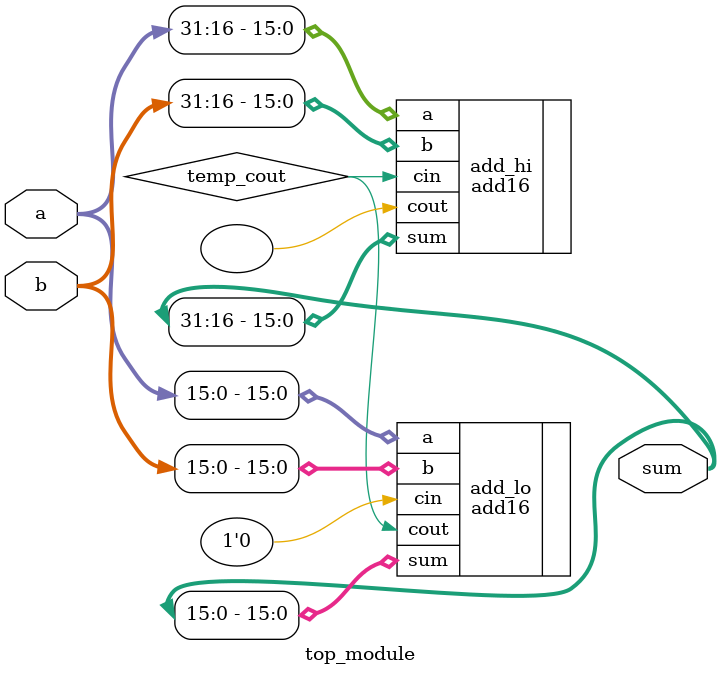
<source format=v>
module top_module(
    input [31:0] a,
    input [31:0] b,
    output [31:0] sum
);
    wire temp_cout;
    add16 add_lo(
        .a(a[15:0]),
        .b(b[15:0]),
        .cin(1'b0),
        .sum(sum[15:0]),
        .cout(temp_cout)
    );

    add16 add_hi(
        .a(a[31:16]),
        .b(b[31:16]),
        .cin(temp_cout),
        .sum(sum[31:16]),
        .cout()
    );

endmodule

</source>
